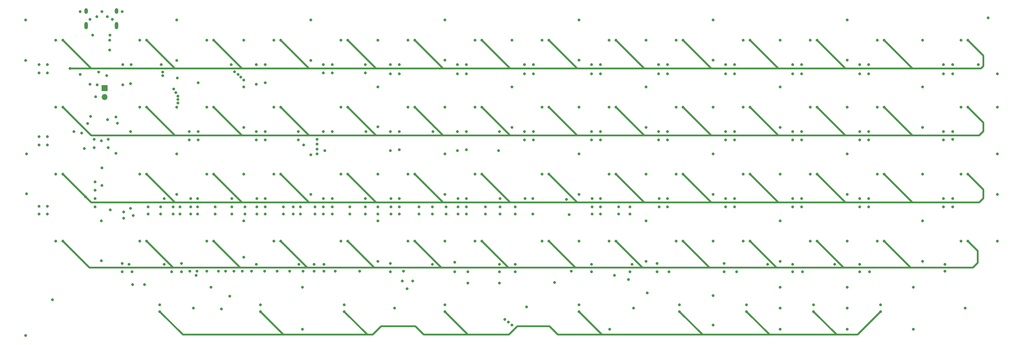
<source format=gbr>
%TF.GenerationSoftware,KiCad,Pcbnew,(6.0.0)*%
%TF.CreationDate,2022-12-27T13:23:36-08:00*%
%TF.ProjectId,denna,64656e6e-612e-46b6-9963-61645f706362,rev?*%
%TF.SameCoordinates,Original*%
%TF.FileFunction,Copper,L2,Inr*%
%TF.FilePolarity,Positive*%
%FSLAX46Y46*%
G04 Gerber Fmt 4.6, Leading zero omitted, Abs format (unit mm)*
G04 Created by KiCad (PCBNEW (6.0.0)) date 2022-12-27 13:23:36*
%MOMM*%
%LPD*%
G01*
G04 APERTURE LIST*
%TA.AperFunction,ComponentPad*%
%ADD10O,1.000000X1.600000*%
%TD*%
%TA.AperFunction,ComponentPad*%
%ADD11O,1.000000X2.100000*%
%TD*%
%TA.AperFunction,ComponentPad*%
%ADD12R,1.700000X1.700000*%
%TD*%
%TA.AperFunction,ComponentPad*%
%ADD13O,1.700000X1.700000*%
%TD*%
%TA.AperFunction,ViaPad*%
%ADD14C,0.800000*%
%TD*%
%TA.AperFunction,Conductor*%
%ADD15C,0.500000*%
%TD*%
G04 APERTURE END LIST*
D10*
%TO.N,GND*%
%TO.C,USB1*%
X49563750Y-20265680D03*
X40923750Y-20265680D03*
D11*
X49563750Y-24445680D03*
X40923750Y-24445680D03*
%TD*%
D12*
%TO.N,VBAT*%
%TO.C,JP1*%
X46236054Y-42182922D03*
D13*
%TO.N,BOOT0*%
X46236054Y-44722922D03*
%TD*%
D14*
%TO.N,GND*%
X44053236Y-41275104D03*
X111720594Y-94258050D03*
X118665924Y-94258050D03*
X290711670Y-104775264D03*
X299839818Y-85725216D03*
X189706728Y-110728404D03*
X158353524Y-97631496D03*
X43656360Y-44648550D03*
X104775264Y-61118904D03*
X108744024Y-59928276D03*
X101203380Y-56951706D03*
X101203380Y-54570450D03*
X123825312Y-53181384D03*
X123825312Y-41870418D03*
%TO.N,AMUX_SEL_0*%
X106561206Y-60920466D03*
%TO.N,AMUX_SEL_1*%
X106561206Y-59531400D03*
%TO.N,AMUX_SEL_2*%
X106561206Y-58142334D03*
%TO.N,APLEX_EN_PIN_1*%
X106561206Y-56753268D03*
%TO.N,GND*%
X110926842Y-54570450D03*
X108347148Y-54570450D03*
%TO.N,APLEX_EN_PIN_0*%
X102790884Y-58340772D03*
%TO.N,GND*%
X139303476Y-92273670D03*
%TO.N,BOOT0*%
X47029806Y-51197004D03*
%TO.N,GND*%
X42068856Y-41076666D03*
X257175648Y-110728404D03*
X257175648Y-98822124D03*
X238125600Y-110728404D03*
X238125600Y-98822124D03*
X257175648Y-104775264D03*
X284956968Y-94258050D03*
X284956968Y-92273670D03*
X238125600Y-104775264D03*
X276027258Y-110728404D03*
X276027258Y-98822124D03*
X200422380Y-100409628D03*
X196453620Y-104775264D03*
X219075552Y-109537776D03*
X219075552Y-101203380D03*
X263525664Y-94456488D03*
X260747532Y-94456488D03*
X260747532Y-92273670D03*
X253603764Y-92273670D03*
X244475616Y-94456488D03*
X241697484Y-94456488D03*
X241697484Y-92273670D03*
X234553716Y-92273670D03*
X225822444Y-94456488D03*
X222250560Y-94456488D03*
X222250560Y-92075232D03*
X196056744Y-92273670D03*
X195461430Y-94456488D03*
X206573958Y-94456488D03*
X203200512Y-94456488D03*
X203200512Y-92075232D03*
X177403572Y-73818936D03*
X178197324Y-78184572D03*
X184547340Y-94456488D03*
X184547340Y-92273670D03*
X178792638Y-94258050D03*
X174030126Y-97433058D03*
X166092606Y-104378388D03*
X162917598Y-94456488D03*
X158353524Y-94456488D03*
X162917598Y-92273670D03*
X158353524Y-92273670D03*
X149423814Y-97631496D03*
X149423814Y-94456488D03*
X145653492Y-94456488D03*
X145653492Y-91678356D03*
X131167518Y-94258050D03*
X128587824Y-104775264D03*
X127397196Y-94456488D03*
X127397196Y-92075232D03*
X108545586Y-94258050D03*
X108545586Y-92273670D03*
X105767454Y-94258050D03*
X105767454Y-92273670D03*
X101401818Y-92273670D03*
X102592446Y-94258050D03*
X98822124Y-94258050D03*
X95250240Y-94258050D03*
X91678356Y-94258050D03*
X87908034Y-94258050D03*
X85328340Y-94258050D03*
X82947084Y-94258050D03*
X80565828Y-94258050D03*
X78581448Y-94258050D03*
X75208002Y-94258050D03*
X72429870Y-94258050D03*
X70445490Y-94258050D03*
X89297100Y-92273670D03*
X71437680Y-104775264D03*
X79375200Y-104973702D03*
X102394008Y-110728404D03*
X102394008Y-98822124D03*
X31353204Y-102394008D03*
X23812560Y-112514346D03*
X24010998Y-72231432D03*
X24010998Y-60920466D03*
X54173574Y-98028372D03*
X57547020Y-98028372D03*
X53181384Y-92273670D03*
X53975136Y-94456488D03*
X51197004Y-94456488D03*
X51197004Y-92075232D03*
X68064234Y-92075232D03*
X68064234Y-94456488D03*
X65286102Y-94456488D03*
X63103284Y-92273670D03*
X29964138Y-77986134D03*
X27582882Y-77986134D03*
X29964138Y-75803316D03*
X27582882Y-75803316D03*
X299839818Y-47625120D03*
X299839818Y-72429870D03*
X299839818Y-60920466D03*
X287139786Y-76001754D03*
X284560092Y-76001754D03*
X287139786Y-73620498D03*
X284560092Y-73620498D03*
X263327226Y-76001754D03*
X260747532Y-76001754D03*
X263327226Y-73620498D03*
X260747532Y-73620498D03*
X244277178Y-76001754D03*
X241697484Y-76001754D03*
X244277178Y-73620498D03*
X241697484Y-73620498D03*
X225227130Y-76001754D03*
X222647436Y-76001754D03*
X225227130Y-73620498D03*
X222647436Y-73620498D03*
X206177082Y-76001754D03*
X203795826Y-76001754D03*
X206177082Y-73620498D03*
X203795826Y-73620498D03*
X187127034Y-73620498D03*
X184745778Y-73620498D03*
X167878548Y-77986134D03*
X167878548Y-73620498D03*
X165695730Y-73620498D03*
X158551962Y-73620498D03*
X149026938Y-73620498D03*
X146645682Y-73620498D03*
X129976890Y-73620498D03*
X120253428Y-73620498D03*
X127595634Y-73620498D03*
X110926842Y-73620498D03*
X108347148Y-73620498D03*
X91876794Y-73620498D03*
X89495538Y-73620498D03*
X82351770Y-73620498D03*
X72628308Y-73620498D03*
X70643928Y-73620498D03*
X63103284Y-73620498D03*
X99814314Y-76001754D03*
X99814314Y-77986134D03*
X82351770Y-76001754D03*
X82351770Y-77986134D03*
X195461430Y-76001754D03*
X195461430Y-77986134D03*
X192286422Y-76001754D03*
X192286422Y-77986134D03*
X187127034Y-76001754D03*
X187127034Y-77986134D03*
X184745778Y-76001754D03*
X184745778Y-77986134D03*
X162917598Y-76001754D03*
X162917598Y-77986134D03*
X158551962Y-76001754D03*
X158551962Y-77986134D03*
X154384764Y-76001754D03*
X154384764Y-77986134D03*
X149026938Y-76001754D03*
X149026938Y-77986134D03*
X146645682Y-76001754D03*
X146645682Y-77986134D03*
X143272236Y-76001754D03*
X143272236Y-77986134D03*
X139303476Y-76001754D03*
X139303476Y-77986134D03*
X135533154Y-76001754D03*
X135533154Y-77986134D03*
X129976890Y-76001754D03*
X129976890Y-77986134D03*
X127595634Y-76001754D03*
X127595634Y-77986134D03*
X123825312Y-76001754D03*
X123825312Y-77986134D03*
X120253428Y-76001754D03*
X120253428Y-77986134D03*
X115887792Y-76001754D03*
X115887792Y-77986134D03*
X110926842Y-76001754D03*
X110926842Y-77986134D03*
X108347148Y-76001754D03*
X108347148Y-77986134D03*
X105965892Y-76001754D03*
X105965892Y-77986134D03*
X101798694Y-76001754D03*
X101798694Y-77986134D03*
X97036182Y-76001754D03*
X97036182Y-77986134D03*
X91876794Y-77986134D03*
X91876794Y-76001754D03*
X89495538Y-77986134D03*
X89495538Y-76001754D03*
X86122092Y-77986134D03*
X86122092Y-76001754D03*
X77589258Y-77986134D03*
X77589258Y-76001754D03*
X72628308Y-77986134D03*
X72628308Y-76001754D03*
X70643928Y-77986134D03*
X70643928Y-76001754D03*
X67667358Y-77986134D03*
X67667358Y-76001754D03*
X65682978Y-77981574D03*
X65682978Y-75997194D03*
X62111094Y-76001754D03*
X62111094Y-77986134D03*
X58539210Y-76001754D03*
X58539210Y-77986134D03*
X54372012Y-78383010D03*
X53578260Y-76398630D03*
X51593880Y-79176762D03*
X51593880Y-77390820D03*
X287139786Y-56753268D03*
X284560092Y-56951706D03*
X287139786Y-54570450D03*
X284560092Y-54570450D03*
X263327226Y-56951706D03*
X260747532Y-56951706D03*
X263327226Y-54570450D03*
X260747532Y-54570450D03*
X244277178Y-56951706D03*
X241697484Y-56951706D03*
X244277178Y-54570450D03*
X241697484Y-54570450D03*
X238125600Y-53379822D03*
X238125600Y-41870418D03*
X200025504Y-53379822D03*
X200025504Y-41870418D03*
X225227130Y-56951706D03*
X222647436Y-56951706D03*
X225227130Y-54570450D03*
X222647436Y-54570450D03*
X206177082Y-56951706D03*
X203597388Y-56951706D03*
X206177082Y-54570450D03*
X203597388Y-54570450D03*
X161925408Y-53379822D03*
X161925408Y-41870418D03*
X187127034Y-56951706D03*
X184547340Y-56951706D03*
X187127034Y-54570450D03*
X184547340Y-54570450D03*
X168076986Y-56951706D03*
X165497292Y-56951706D03*
X168076986Y-54570450D03*
X165497292Y-54570450D03*
X158353524Y-54570450D03*
X158155086Y-59928276D03*
X149026938Y-59729838D03*
X149026938Y-54570450D03*
X146447244Y-59928276D03*
X146447244Y-54570450D03*
X139501914Y-54570450D03*
X129976890Y-59729838D03*
X127397196Y-59928276D03*
X129976890Y-54570450D03*
X127397196Y-54570450D03*
X120451866Y-54570450D03*
X91876794Y-56951706D03*
X89297100Y-56951706D03*
X91876794Y-54570450D03*
X89297100Y-54570450D03*
X85725216Y-53379822D03*
X85725216Y-41870418D03*
X72826746Y-56951706D03*
X70247052Y-56951706D03*
X72826746Y-54570450D03*
X70247052Y-54570450D03*
X42267294Y-50204814D03*
X294481992Y-35520402D03*
X299839818Y-38100096D03*
X297260124Y-22225056D03*
X287139786Y-38100096D03*
X284560092Y-38100096D03*
X287139786Y-35520402D03*
X284560092Y-35520402D03*
X263327226Y-38100096D03*
X260747532Y-38100096D03*
X263327226Y-35520402D03*
X260747532Y-35520402D03*
X244277178Y-38100096D03*
X241697484Y-38100096D03*
X244277178Y-35520402D03*
X241697484Y-35520402D03*
X225227130Y-38100096D03*
X222647436Y-38100096D03*
X225227130Y-35520402D03*
X222647436Y-35520402D03*
X206177082Y-38100096D03*
X203597388Y-38100096D03*
X206177082Y-35520402D03*
X203597388Y-35520402D03*
X187127034Y-38100096D03*
X184547340Y-38100096D03*
X187127034Y-35520402D03*
X184547340Y-35520402D03*
X168076986Y-38100096D03*
X165497292Y-38100096D03*
X168076986Y-35520402D03*
X165497292Y-35520402D03*
X149026938Y-38100096D03*
X146447244Y-38100096D03*
X149026938Y-35520402D03*
X146447244Y-35520402D03*
X120253428Y-37901658D03*
X129976890Y-38100096D03*
X127397196Y-38100096D03*
X129976890Y-35520402D03*
X127397196Y-35520402D03*
X120253428Y-35520402D03*
X110926842Y-37901658D03*
X108347148Y-37901658D03*
X110926842Y-35520402D03*
X108347148Y-35520402D03*
X91876794Y-40679790D03*
X89297100Y-41076666D03*
X82153332Y-35520402D03*
X91876794Y-35520402D03*
X89297100Y-35520402D03*
X72826746Y-40679790D03*
X53578260Y-40878228D03*
X51395442Y-41275104D03*
X51395442Y-35520402D03*
X53776698Y-35520402D03*
%TO.N,APLEX_EN_PIN_1*%
X66873606Y-39290724D03*
X195064554Y-96639306D03*
%TO.N,AMUX_SEL_2*%
X83145522Y-37504782D03*
%TO.N,AMUX_SEL_1*%
X84137712Y-38298534D03*
%TO.N,AMUX_SEL_0*%
X84931464Y-39092286D03*
%TO.N,APLEX_EN_PIN_0*%
X85725216Y-39886038D03*
%TO.N,APLEX_EN_PIN_1*%
X65881416Y-42436480D03*
%TO.N,AMUX_SEL_2*%
X66476730Y-43435983D03*
%TO.N,AMUX_SEL_1*%
X67072044Y-44435486D03*
%TO.N,AMUX_SEL_0*%
X67072044Y-45434989D03*
%TO.N,APLEX_EN_PIN_0*%
X67072044Y-46434492D03*
X81756456Y-101401818D03*
%TO.N,VBAT*%
X191095794Y-95448678D03*
%TO.N,AMUX_SEL_0*%
X159941028Y-107950272D03*
%TO.N,AMUX_SEL_1*%
X160933218Y-108744024D03*
%TO.N,AMUX_SEL_2*%
X161925408Y-109537776D03*
%TO.N,VBAT*%
X72231432Y-95448678D03*
%TO.N,GND*%
X278606952Y-53379822D03*
X85725216Y-28575072D03*
X29964138Y-37901658D03*
X104775264Y-34329774D03*
X85725216Y-90289290D03*
X45442302Y-20439114D03*
X238125600Y-79970514D03*
X219075552Y-60920466D03*
X278606952Y-79970514D03*
X66675168Y-60920466D03*
X257175648Y-72429870D03*
X132159708Y-99219000D03*
X47625120Y-28575072D03*
X43457922Y-71239242D03*
X257175648Y-60920466D03*
X130770642Y-97036182D03*
X161925408Y-28575072D03*
X238125600Y-28575072D03*
X200025504Y-28575072D03*
X123825312Y-79970514D03*
X257170060Y-22814782D03*
X123825312Y-91479918D03*
X219075552Y-85725216D03*
X47228244Y-59134524D03*
X45243750Y-79970514D03*
X180975456Y-85725216D03*
X238125600Y-91479918D03*
X27582882Y-35520402D03*
X29964138Y-58340772D03*
X200025504Y-91479918D03*
X133747212Y-97036182D03*
X180975456Y-60920466D03*
X27582882Y-55959516D03*
X39687600Y-54967326D03*
X180975456Y-72429870D03*
X200025504Y-66675168D03*
X257175648Y-47625120D03*
X142875360Y-85725216D03*
X219075552Y-47625120D03*
X66675000Y-22820203D03*
X219075552Y-22820370D03*
X123825312Y-66675168D03*
X278606952Y-41870418D03*
X43457922Y-68857986D03*
X142874880Y-34230440D03*
X45442302Y-69850176D03*
X142875360Y-60920466D03*
X278606952Y-91479918D03*
X180974848Y-34230440D03*
X104775264Y-72429870D03*
X29964138Y-35520402D03*
X49411062Y-50403252D03*
X47823558Y-76795506D03*
X219075552Y-72429870D03*
X142875360Y-47625120D03*
X142875360Y-22820370D03*
X180975456Y-47625120D03*
X45442302Y-64889226D03*
X85725216Y-79970514D03*
X238125600Y-66675168D03*
X66675168Y-47625120D03*
X123825312Y-28575072D03*
X42068856Y-22621932D03*
X27582882Y-58340772D03*
X23812560Y-22820370D03*
X257175648Y-85725216D03*
X47228244Y-56753268D03*
X219074816Y-34230440D03*
X43457922Y-73620498D03*
X76398630Y-98822124D03*
X45243750Y-91281480D03*
X66675000Y-34329774D03*
X278606250Y-66675000D03*
X142875360Y-72429870D03*
X45243750Y-57150000D03*
X200025504Y-79970514D03*
X180975456Y-22820370D03*
X43259484Y-59134524D03*
X278606250Y-28575072D03*
X66675168Y-72429870D03*
X43457922Y-76001754D03*
X48418872Y-22621932D03*
X53578260Y-54570450D03*
X27582882Y-37901658D03*
X29964138Y-55959516D03*
X43259484Y-56753268D03*
X257174784Y-34230440D03*
X23812560Y-34329774D03*
X47625120Y-31353204D03*
X85725216Y-66675168D03*
X104775000Y-22820370D03*
%TO.N,VBAT*%
X40481352Y-59332962D03*
X37504782Y-54570450D03*
X41389170Y-52272318D03*
X49807938Y-52189194D03*
X49411062Y-60722028D03*
X39290724Y-38298534D03*
%TO.N,D+*%
X62706408Y-38600096D03*
X46831368Y-38600096D03*
%TO.N,VBUS*%
X42793864Y-27117262D03*
X47693864Y-27117262D03*
X62309532Y-35520402D03*
%TO.N,D-*%
X62706408Y-37600096D03*
X44545426Y-37600096D03*
%TO.N,Net-(R4-Pad1)*%
X43993864Y-21828180D03*
X39290724Y-20439114D03*
%TO.N,Net-(R5-Pad1)*%
X46993864Y-21828180D03*
X51197004Y-20439114D03*
%TO.N,COL0*%
X32345394Y-28575072D03*
X32345394Y-66675168D03*
X32345394Y-85725216D03*
X32345394Y-47625120D03*
%TO.N,COL8*%
X189508290Y-47625120D03*
X189508290Y-85725216D03*
X189508290Y-66675168D03*
X180975456Y-103783074D03*
X189508290Y-28575072D03*
%TO.N,COL2*%
X75208002Y-85725216D03*
X75208002Y-66675168D03*
X75208002Y-28575072D03*
X75208002Y-47625120D03*
%TO.N,COL10*%
X227608386Y-28575072D03*
X227608386Y-47625120D03*
X227608386Y-66675168D03*
X228600576Y-103783074D03*
X227608386Y-85725216D03*
%TO.N,COL3*%
X94258050Y-47625120D03*
X94258050Y-66675168D03*
X90487728Y-103783074D03*
X94258050Y-28575072D03*
X94258050Y-85725216D03*
%TO.N,COL11*%
X247650624Y-103783074D03*
X246658434Y-28575072D03*
X246658434Y-66675168D03*
X246658434Y-47625120D03*
X246658434Y-85725216D03*
%TO.N,COL1*%
X56157954Y-28575072D03*
X56157954Y-66675168D03*
X56157954Y-85725216D03*
X56157954Y-47625120D03*
X61912656Y-103783074D03*
%TO.N,COL9*%
X208558338Y-85725216D03*
X208558338Y-47625120D03*
X208558338Y-66675168D03*
X209550528Y-103783074D03*
X208558338Y-28575072D03*
%TO.N,COL7*%
X170458242Y-85725216D03*
X170458242Y-66675168D03*
X170458242Y-47625120D03*
X170458242Y-28575072D03*
%TO.N,COL4*%
X113308098Y-66675168D03*
X113308098Y-47625120D03*
X114300288Y-103783074D03*
X113308098Y-85725216D03*
X113308098Y-28575072D03*
%TO.N,COL12*%
X265708482Y-66675168D03*
X265708482Y-28575072D03*
X265708482Y-85725216D03*
X265708482Y-47625120D03*
X266700672Y-103783074D03*
%TO.N,COL6*%
X151408194Y-28575072D03*
X151408194Y-66675168D03*
X151408194Y-47625120D03*
X151408194Y-85725216D03*
%TO.N,COL5*%
X132358146Y-66675168D03*
X132358146Y-85725216D03*
X132358146Y-28575072D03*
X142875360Y-103783074D03*
X132358146Y-47625120D03*
%TO.N,COL13*%
X289521042Y-66675168D03*
X289521042Y-28575072D03*
X289521042Y-47625120D03*
X289521042Y-85725216D03*
%TO.N,ROW2*%
X40779009Y-73124403D03*
X291505422Y-66675168D03*
X58142334Y-66675168D03*
X115292478Y-66675168D03*
X96242430Y-66675168D03*
X267692862Y-66675168D03*
X153392574Y-66675168D03*
X77192382Y-66675168D03*
X248642814Y-66675168D03*
X172442622Y-66675168D03*
X210542718Y-66675168D03*
X34329774Y-66675168D03*
X134342526Y-66675168D03*
X191492670Y-66675168D03*
X229592766Y-66675168D03*
%TO.N,ROW4*%
X266700672Y-105767454D03*
X142875360Y-105767454D03*
X114300288Y-105767454D03*
X209550528Y-105767454D03*
X180975456Y-105767454D03*
X228600576Y-105767454D03*
X90487728Y-105767454D03*
X61912656Y-105767454D03*
X247650624Y-105767454D03*
%TO.N,ROW0*%
X77192382Y-28575072D03*
X291505422Y-28575072D03*
X96242430Y-28575072D03*
X267692862Y-28575072D03*
X58142334Y-28575072D03*
X36413496Y-36611688D03*
X115292478Y-28575072D03*
X134342526Y-28575072D03*
X229592766Y-28575072D03*
X34329774Y-28575072D03*
X172442622Y-28575072D03*
X210542718Y-28575072D03*
X248642814Y-28575072D03*
X191492670Y-28575072D03*
X153392574Y-28575072D03*
%TO.N,ROW3*%
X115292478Y-85725216D03*
X172442622Y-85725216D03*
X291505422Y-85725216D03*
X210542718Y-85725216D03*
X153392574Y-85725216D03*
X267692862Y-85725216D03*
X58142334Y-85725216D03*
X248642814Y-85725216D03*
X77192382Y-85725216D03*
X229592766Y-85725216D03*
X191492670Y-85725216D03*
X134342526Y-85725216D03*
X96242430Y-85725216D03*
X34329774Y-85725216D03*
%TO.N,ROW1*%
X153392574Y-47625120D03*
X58142334Y-47625120D03*
X248642814Y-47625120D03*
X134342526Y-47625120D03*
X267692862Y-47625120D03*
X77192382Y-47625120D03*
X291505422Y-47625120D03*
X172442622Y-47625120D03*
X229592766Y-47625120D03*
X96242430Y-47625120D03*
X191492670Y-47625120D03*
X115292478Y-47625120D03*
X210542718Y-47625120D03*
X34329774Y-47625120D03*
%TD*%
D15*
%TO.N,ROW4*%
X136922220Y-112315908D02*
X149423814Y-112315908D01*
X122436246Y-112315908D02*
X124817502Y-109934652D01*
X68461110Y-112315908D02*
X122436246Y-112315908D01*
X124817502Y-109934652D02*
X134540964Y-109934652D01*
X61912656Y-105767454D02*
X68461110Y-112315908D01*
X134540964Y-109934652D02*
X136922220Y-112315908D01*
X260152218Y-112315908D02*
X266700672Y-105767454D01*
X175022316Y-112315908D02*
X260152218Y-112315908D01*
X163512912Y-109934652D02*
X172641060Y-109934652D01*
X161131656Y-112315908D02*
X163512912Y-109934652D01*
X172641060Y-109934652D02*
X175022316Y-112315908D01*
X149423814Y-112315908D02*
X161131656Y-112315908D01*
%TO.N,ROW0*%
X295870064Y-35918272D02*
X295176648Y-36611688D01*
X295176648Y-36611688D02*
X42366390Y-36611688D01*
X295870064Y-32939714D02*
X295870064Y-35918272D01*
X291505422Y-28575072D02*
X295870064Y-32939714D01*
%TO.N,ROW3*%
X41870418Y-93265860D02*
X34329774Y-85725216D01*
X294283554Y-91876794D02*
X292894488Y-93265860D01*
X292894488Y-93265860D02*
X41870418Y-93265860D01*
X294283554Y-88503348D02*
X294283554Y-91876794D01*
X291505422Y-85725216D02*
X294283554Y-88503348D01*
X58142334Y-85725216D02*
X65682978Y-93265860D01*
X77192382Y-85725216D02*
X84733026Y-93265860D01*
X96242430Y-85725216D02*
X103783074Y-93265860D01*
X115292478Y-85725216D02*
X122833122Y-93265860D01*
X134342526Y-85725216D02*
X141883170Y-93265860D01*
X153392574Y-85725216D02*
X160933218Y-93265860D01*
X172442622Y-85725216D02*
X179983266Y-93265860D01*
X191492670Y-85725216D02*
X199033314Y-93265860D01*
X210542718Y-85725216D02*
X218083362Y-93265860D01*
X229592766Y-85725216D02*
X237133410Y-93265860D01*
X248642814Y-85725216D02*
X256183458Y-93265860D01*
X267692862Y-85725216D02*
X275233506Y-93265860D01*
%TO.N,ROW2*%
X191492670Y-66675168D02*
X199529286Y-74711784D01*
X40779009Y-73124403D02*
X42366390Y-74711784D01*
X172442622Y-66675168D02*
X180479238Y-74711784D01*
X42366390Y-74711784D02*
X67270256Y-74711784D01*
X147042064Y-74711784D02*
X164008456Y-74711784D01*
X263425560Y-74711784D02*
X286345072Y-74711784D01*
X225920904Y-74711784D02*
X246161512Y-74711784D01*
X207168576Y-74711784D02*
X225920904Y-74711784D01*
X34329774Y-66675168D02*
X40779009Y-73124403D01*
X58142334Y-66675168D02*
X66178950Y-74711784D01*
X96440544Y-74711784D02*
X106858504Y-74711784D01*
X153392574Y-66675168D02*
X161429190Y-74711784D01*
X229592766Y-66675168D02*
X237629382Y-74711784D01*
X77192382Y-66675168D02*
X85228998Y-74711784D01*
X295870064Y-71039810D02*
X295870064Y-73521160D01*
X291505422Y-66675168D02*
X295870064Y-71039810D01*
X106858504Y-74711784D02*
X131266296Y-74711784D01*
X267692862Y-66675168D02*
X275729478Y-74711784D01*
X286345072Y-74711784D02*
X294679440Y-74711784D01*
X186630312Y-74711784D02*
X207168576Y-74711784D01*
X67270256Y-74711784D02*
X96440544Y-74711784D01*
X134342526Y-66675168D02*
X142379142Y-74711784D01*
X295870064Y-73521160D02*
X294679440Y-74711784D01*
X210542718Y-66675168D02*
X218579334Y-74711784D01*
X131266296Y-74711784D02*
X147042064Y-74711784D01*
X246161512Y-74711784D02*
X263425560Y-74711784D01*
X96242430Y-66675168D02*
X104279046Y-74711784D01*
X115292478Y-66675168D02*
X123329094Y-74711784D01*
X248642814Y-66675168D02*
X256679430Y-74711784D01*
X164008456Y-74711784D02*
X186630312Y-74711784D01*
%TO.N,ROW4*%
X209550528Y-105767454D02*
X216098982Y-112315908D01*
X90487728Y-105767454D02*
X97036182Y-112315908D01*
X180975456Y-105767454D02*
X187523910Y-112315908D01*
X149423814Y-112315908D02*
X142875360Y-105767454D01*
X247650624Y-105767454D02*
X254199078Y-112315908D01*
X228600576Y-105767454D02*
X235149030Y-112315908D01*
X114300288Y-105767454D02*
X120848742Y-112315908D01*
%TO.N,ROW0*%
X210542718Y-28575072D02*
X218579334Y-36611688D01*
X248642814Y-28575072D02*
X256679430Y-36611688D01*
X134342526Y-28575072D02*
X142379142Y-36611688D01*
X58142334Y-28575072D02*
X66178950Y-36611688D01*
X115292478Y-28575072D02*
X123329094Y-36611688D01*
X229592766Y-28575072D02*
X237629382Y-36611688D01*
X34329774Y-28575072D02*
X42366390Y-36611688D01*
X191492670Y-28575072D02*
X199529286Y-36611688D01*
X153392574Y-28575072D02*
X161429190Y-36611688D01*
X42366390Y-36611688D02*
X36413496Y-36611688D01*
X172442622Y-28575072D02*
X180479238Y-36611688D01*
X77192382Y-28575072D02*
X85228998Y-36611688D01*
X267692862Y-28575072D02*
X275729478Y-36611688D01*
X96242430Y-28575072D02*
X104279046Y-36611688D01*
%TO.N,ROW1*%
X164008456Y-55661736D02*
X186630312Y-55661736D01*
X115292478Y-47625120D02*
X123329094Y-55661736D01*
X172442622Y-47625120D02*
X180479238Y-55661736D01*
X295870064Y-51989762D02*
X295870064Y-54471112D01*
X186630312Y-55661736D02*
X207168576Y-55661736D01*
X191492670Y-47625120D02*
X199529286Y-55661736D01*
X96242430Y-47625120D02*
X104279046Y-55661736D01*
X96440544Y-55661736D02*
X106858504Y-55661736D01*
X248642814Y-47625120D02*
X256679430Y-55661736D01*
X267692862Y-47625120D02*
X275729478Y-55661736D01*
X246161512Y-55661736D02*
X263425560Y-55661736D01*
X295870064Y-54471112D02*
X294679440Y-55661736D01*
X153392574Y-47625120D02*
X161429190Y-55661736D01*
X106858504Y-55661736D02*
X131266296Y-55661736D01*
X67270256Y-55661736D02*
X96440544Y-55661736D01*
X207168576Y-55661736D02*
X225920904Y-55661736D01*
X225920904Y-55661736D02*
X246161512Y-55661736D01*
X147042064Y-55661736D02*
X164008456Y-55661736D01*
X34329774Y-47625120D02*
X42366390Y-55661736D01*
X210542718Y-47625120D02*
X218579334Y-55661736D01*
X58142334Y-47625120D02*
X66178950Y-55661736D01*
X286345072Y-55661736D02*
X294679440Y-55661736D01*
X263425560Y-55661736D02*
X286345072Y-55661736D01*
X134342526Y-47625120D02*
X142379142Y-55661736D01*
X229592766Y-47625120D02*
X237629382Y-55661736D01*
X131266296Y-55661736D02*
X147042064Y-55661736D01*
X77192382Y-47625120D02*
X85228998Y-55661736D01*
X291505422Y-47625120D02*
X295870064Y-51989762D01*
X42366390Y-55661736D02*
X67270256Y-55661736D01*
%TD*%
M02*

</source>
